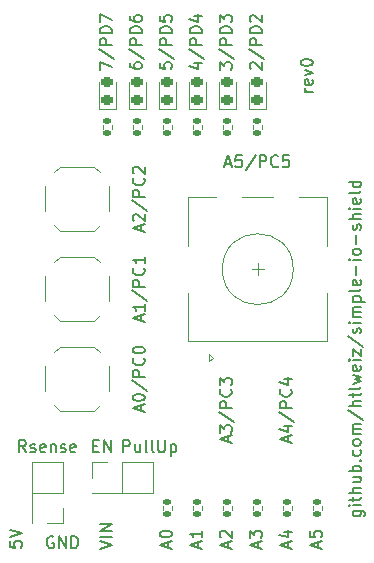
<source format=gbr>
%TF.GenerationSoftware,KiCad,Pcbnew,(7.0.0)*%
%TF.CreationDate,2023-03-08T01:13:19+01:00*%
%TF.ProjectId,simple-io-shield,73696d70-6c65-42d6-996f-2d736869656c,rev0*%
%TF.SameCoordinates,Original*%
%TF.FileFunction,Legend,Top*%
%TF.FilePolarity,Positive*%
%FSLAX46Y46*%
G04 Gerber Fmt 4.6, Leading zero omitted, Abs format (unit mm)*
G04 Created by KiCad (PCBNEW (7.0.0)) date 2023-03-08 01:13:19*
%MOMM*%
%LPD*%
G01*
G04 APERTURE LIST*
G04 Aperture macros list*
%AMRoundRect*
0 Rectangle with rounded corners*
0 $1 Rounding radius*
0 $2 $3 $4 $5 $6 $7 $8 $9 X,Y pos of 4 corners*
0 Add a 4 corners polygon primitive as box body*
4,1,4,$2,$3,$4,$5,$6,$7,$8,$9,$2,$3,0*
0 Add four circle primitives for the rounded corners*
1,1,$1+$1,$2,$3*
1,1,$1+$1,$4,$5*
1,1,$1+$1,$6,$7*
1,1,$1+$1,$8,$9*
0 Add four rect primitives between the rounded corners*
20,1,$1+$1,$2,$3,$4,$5,0*
20,1,$1+$1,$4,$5,$6,$7,0*
20,1,$1+$1,$6,$7,$8,$9,0*
20,1,$1+$1,$8,$9,$2,$3,0*%
G04 Aperture macros list end*
%ADD10C,0.160000*%
%ADD11C,0.120000*%
%ADD12O,1.727200X1.727200*%
%ADD13R,1.727200X1.727200*%
%ADD14RoundRect,0.218750X0.256250X-0.218750X0.256250X0.218750X-0.256250X0.218750X-0.256250X-0.218750X0*%
%ADD15RoundRect,0.135000X-0.185000X0.135000X-0.185000X-0.135000X0.185000X-0.135000X0.185000X0.135000X0*%
%ADD16R,1.700000X1.700000*%
%ADD17O,1.700000X1.700000*%
%ADD18R,1.000000X0.750000*%
%ADD19R,2.000000X2.000000*%
%ADD20C,2.000000*%
%ADD21R,2.000000X3.200000*%
G04 APERTURE END LIST*
D10*
X185501666Y-127825523D02*
X185501666Y-127349333D01*
X185787380Y-127920761D02*
X184787380Y-127587428D01*
X184787380Y-127587428D02*
X185787380Y-127254095D01*
X185120714Y-126492190D02*
X185787380Y-126492190D01*
X184739761Y-126730285D02*
X185454047Y-126968380D01*
X185454047Y-126968380D02*
X185454047Y-126349333D01*
X177881666Y-127825523D02*
X177881666Y-127349333D01*
X178167380Y-127920761D02*
X177167380Y-127587428D01*
X177167380Y-127587428D02*
X178167380Y-127254095D01*
X178167380Y-126396952D02*
X178167380Y-126968380D01*
X178167380Y-126682666D02*
X177167380Y-126682666D01*
X177167380Y-126682666D02*
X177310238Y-126777904D01*
X177310238Y-126777904D02*
X177405476Y-126873142D01*
X177405476Y-126873142D02*
X177453095Y-126968380D01*
X180165714Y-95331666D02*
X180641904Y-95331666D01*
X180070476Y-95617380D02*
X180403809Y-94617380D01*
X180403809Y-94617380D02*
X180737142Y-95617380D01*
X181546666Y-94617380D02*
X181070476Y-94617380D01*
X181070476Y-94617380D02*
X181022857Y-95093571D01*
X181022857Y-95093571D02*
X181070476Y-95045952D01*
X181070476Y-95045952D02*
X181165714Y-94998333D01*
X181165714Y-94998333D02*
X181403809Y-94998333D01*
X181403809Y-94998333D02*
X181499047Y-95045952D01*
X181499047Y-95045952D02*
X181546666Y-95093571D01*
X181546666Y-95093571D02*
X181594285Y-95188809D01*
X181594285Y-95188809D02*
X181594285Y-95426904D01*
X181594285Y-95426904D02*
X181546666Y-95522142D01*
X181546666Y-95522142D02*
X181499047Y-95569761D01*
X181499047Y-95569761D02*
X181403809Y-95617380D01*
X181403809Y-95617380D02*
X181165714Y-95617380D01*
X181165714Y-95617380D02*
X181070476Y-95569761D01*
X181070476Y-95569761D02*
X181022857Y-95522142D01*
X182737142Y-94569761D02*
X181880000Y-95855476D01*
X183070476Y-95617380D02*
X183070476Y-94617380D01*
X183070476Y-94617380D02*
X183451428Y-94617380D01*
X183451428Y-94617380D02*
X183546666Y-94665000D01*
X183546666Y-94665000D02*
X183594285Y-94712619D01*
X183594285Y-94712619D02*
X183641904Y-94807857D01*
X183641904Y-94807857D02*
X183641904Y-94950714D01*
X183641904Y-94950714D02*
X183594285Y-95045952D01*
X183594285Y-95045952D02*
X183546666Y-95093571D01*
X183546666Y-95093571D02*
X183451428Y-95141190D01*
X183451428Y-95141190D02*
X183070476Y-95141190D01*
X184641904Y-95522142D02*
X184594285Y-95569761D01*
X184594285Y-95569761D02*
X184451428Y-95617380D01*
X184451428Y-95617380D02*
X184356190Y-95617380D01*
X184356190Y-95617380D02*
X184213333Y-95569761D01*
X184213333Y-95569761D02*
X184118095Y-95474523D01*
X184118095Y-95474523D02*
X184070476Y-95379285D01*
X184070476Y-95379285D02*
X184022857Y-95188809D01*
X184022857Y-95188809D02*
X184022857Y-95045952D01*
X184022857Y-95045952D02*
X184070476Y-94855476D01*
X184070476Y-94855476D02*
X184118095Y-94760238D01*
X184118095Y-94760238D02*
X184213333Y-94665000D01*
X184213333Y-94665000D02*
X184356190Y-94617380D01*
X184356190Y-94617380D02*
X184451428Y-94617380D01*
X184451428Y-94617380D02*
X184594285Y-94665000D01*
X184594285Y-94665000D02*
X184641904Y-94712619D01*
X185546666Y-94617380D02*
X185070476Y-94617380D01*
X185070476Y-94617380D02*
X185022857Y-95093571D01*
X185022857Y-95093571D02*
X185070476Y-95045952D01*
X185070476Y-95045952D02*
X185165714Y-94998333D01*
X185165714Y-94998333D02*
X185403809Y-94998333D01*
X185403809Y-94998333D02*
X185499047Y-95045952D01*
X185499047Y-95045952D02*
X185546666Y-95093571D01*
X185546666Y-95093571D02*
X185594285Y-95188809D01*
X185594285Y-95188809D02*
X185594285Y-95426904D01*
X185594285Y-95426904D02*
X185546666Y-95522142D01*
X185546666Y-95522142D02*
X185499047Y-95569761D01*
X185499047Y-95569761D02*
X185403809Y-95617380D01*
X185403809Y-95617380D02*
X185165714Y-95617380D01*
X185165714Y-95617380D02*
X185070476Y-95569761D01*
X185070476Y-95569761D02*
X185022857Y-95522142D01*
X182961666Y-127825523D02*
X182961666Y-127349333D01*
X183247380Y-127920761D02*
X182247380Y-127587428D01*
X182247380Y-127587428D02*
X183247380Y-127254095D01*
X182247380Y-127015999D02*
X182247380Y-126396952D01*
X182247380Y-126396952D02*
X182628333Y-126730285D01*
X182628333Y-126730285D02*
X182628333Y-126587428D01*
X182628333Y-126587428D02*
X182675952Y-126492190D01*
X182675952Y-126492190D02*
X182723571Y-126444571D01*
X182723571Y-126444571D02*
X182818809Y-126396952D01*
X182818809Y-126396952D02*
X183056904Y-126396952D01*
X183056904Y-126396952D02*
X183152142Y-126444571D01*
X183152142Y-126444571D02*
X183199761Y-126492190D01*
X183199761Y-126492190D02*
X183247380Y-126587428D01*
X183247380Y-126587428D02*
X183247380Y-126873142D01*
X183247380Y-126873142D02*
X183199761Y-126968380D01*
X183199761Y-126968380D02*
X183152142Y-127015999D01*
X173055666Y-116252285D02*
X173055666Y-115776095D01*
X173341380Y-116347523D02*
X172341380Y-116014190D01*
X172341380Y-116014190D02*
X173341380Y-115680857D01*
X172341380Y-115157047D02*
X172341380Y-115061809D01*
X172341380Y-115061809D02*
X172389000Y-114966571D01*
X172389000Y-114966571D02*
X172436619Y-114918952D01*
X172436619Y-114918952D02*
X172531857Y-114871333D01*
X172531857Y-114871333D02*
X172722333Y-114823714D01*
X172722333Y-114823714D02*
X172960428Y-114823714D01*
X172960428Y-114823714D02*
X173150904Y-114871333D01*
X173150904Y-114871333D02*
X173246142Y-114918952D01*
X173246142Y-114918952D02*
X173293761Y-114966571D01*
X173293761Y-114966571D02*
X173341380Y-115061809D01*
X173341380Y-115061809D02*
X173341380Y-115157047D01*
X173341380Y-115157047D02*
X173293761Y-115252285D01*
X173293761Y-115252285D02*
X173246142Y-115299904D01*
X173246142Y-115299904D02*
X173150904Y-115347523D01*
X173150904Y-115347523D02*
X172960428Y-115395142D01*
X172960428Y-115395142D02*
X172722333Y-115395142D01*
X172722333Y-115395142D02*
X172531857Y-115347523D01*
X172531857Y-115347523D02*
X172436619Y-115299904D01*
X172436619Y-115299904D02*
X172389000Y-115252285D01*
X172389000Y-115252285D02*
X172341380Y-115157047D01*
X172293761Y-113680857D02*
X173579476Y-114537999D01*
X173341380Y-113347523D02*
X172341380Y-113347523D01*
X172341380Y-113347523D02*
X172341380Y-112966571D01*
X172341380Y-112966571D02*
X172389000Y-112871333D01*
X172389000Y-112871333D02*
X172436619Y-112823714D01*
X172436619Y-112823714D02*
X172531857Y-112776095D01*
X172531857Y-112776095D02*
X172674714Y-112776095D01*
X172674714Y-112776095D02*
X172769952Y-112823714D01*
X172769952Y-112823714D02*
X172817571Y-112871333D01*
X172817571Y-112871333D02*
X172865190Y-112966571D01*
X172865190Y-112966571D02*
X172865190Y-113347523D01*
X173246142Y-111776095D02*
X173293761Y-111823714D01*
X173293761Y-111823714D02*
X173341380Y-111966571D01*
X173341380Y-111966571D02*
X173341380Y-112061809D01*
X173341380Y-112061809D02*
X173293761Y-112204666D01*
X173293761Y-112204666D02*
X173198523Y-112299904D01*
X173198523Y-112299904D02*
X173103285Y-112347523D01*
X173103285Y-112347523D02*
X172912809Y-112395142D01*
X172912809Y-112395142D02*
X172769952Y-112395142D01*
X172769952Y-112395142D02*
X172579476Y-112347523D01*
X172579476Y-112347523D02*
X172484238Y-112299904D01*
X172484238Y-112299904D02*
X172389000Y-112204666D01*
X172389000Y-112204666D02*
X172341380Y-112061809D01*
X172341380Y-112061809D02*
X172341380Y-111966571D01*
X172341380Y-111966571D02*
X172389000Y-111823714D01*
X172389000Y-111823714D02*
X172436619Y-111776095D01*
X172341380Y-111157047D02*
X172341380Y-111061809D01*
X172341380Y-111061809D02*
X172389000Y-110966571D01*
X172389000Y-110966571D02*
X172436619Y-110918952D01*
X172436619Y-110918952D02*
X172531857Y-110871333D01*
X172531857Y-110871333D02*
X172722333Y-110823714D01*
X172722333Y-110823714D02*
X172960428Y-110823714D01*
X172960428Y-110823714D02*
X173150904Y-110871333D01*
X173150904Y-110871333D02*
X173246142Y-110918952D01*
X173246142Y-110918952D02*
X173293761Y-110966571D01*
X173293761Y-110966571D02*
X173341380Y-111061809D01*
X173341380Y-111061809D02*
X173341380Y-111157047D01*
X173341380Y-111157047D02*
X173293761Y-111252285D01*
X173293761Y-111252285D02*
X173246142Y-111299904D01*
X173246142Y-111299904D02*
X173150904Y-111347523D01*
X173150904Y-111347523D02*
X172960428Y-111395142D01*
X172960428Y-111395142D02*
X172722333Y-111395142D01*
X172722333Y-111395142D02*
X172531857Y-111347523D01*
X172531857Y-111347523D02*
X172436619Y-111299904D01*
X172436619Y-111299904D02*
X172389000Y-111252285D01*
X172389000Y-111252285D02*
X172341380Y-111157047D01*
X187565380Y-89241142D02*
X186898714Y-89241142D01*
X187089190Y-89241142D02*
X186993952Y-89193523D01*
X186993952Y-89193523D02*
X186946333Y-89145904D01*
X186946333Y-89145904D02*
X186898714Y-89050666D01*
X186898714Y-89050666D02*
X186898714Y-88955428D01*
X187517761Y-88241142D02*
X187565380Y-88336380D01*
X187565380Y-88336380D02*
X187565380Y-88526856D01*
X187565380Y-88526856D02*
X187517761Y-88622094D01*
X187517761Y-88622094D02*
X187422523Y-88669713D01*
X187422523Y-88669713D02*
X187041571Y-88669713D01*
X187041571Y-88669713D02*
X186946333Y-88622094D01*
X186946333Y-88622094D02*
X186898714Y-88526856D01*
X186898714Y-88526856D02*
X186898714Y-88336380D01*
X186898714Y-88336380D02*
X186946333Y-88241142D01*
X186946333Y-88241142D02*
X187041571Y-88193523D01*
X187041571Y-88193523D02*
X187136809Y-88193523D01*
X187136809Y-88193523D02*
X187232047Y-88669713D01*
X186898714Y-87860189D02*
X187565380Y-87622094D01*
X187565380Y-87622094D02*
X186898714Y-87383999D01*
X186565380Y-86812570D02*
X186565380Y-86717332D01*
X186565380Y-86717332D02*
X186613000Y-86622094D01*
X186613000Y-86622094D02*
X186660619Y-86574475D01*
X186660619Y-86574475D02*
X186755857Y-86526856D01*
X186755857Y-86526856D02*
X186946333Y-86479237D01*
X186946333Y-86479237D02*
X187184428Y-86479237D01*
X187184428Y-86479237D02*
X187374904Y-86526856D01*
X187374904Y-86526856D02*
X187470142Y-86574475D01*
X187470142Y-86574475D02*
X187517761Y-86622094D01*
X187517761Y-86622094D02*
X187565380Y-86717332D01*
X187565380Y-86717332D02*
X187565380Y-86812570D01*
X187565380Y-86812570D02*
X187517761Y-86907808D01*
X187517761Y-86907808D02*
X187470142Y-86955427D01*
X187470142Y-86955427D02*
X187374904Y-87003046D01*
X187374904Y-87003046D02*
X187184428Y-87050665D01*
X187184428Y-87050665D02*
X186946333Y-87050665D01*
X186946333Y-87050665D02*
X186755857Y-87003046D01*
X186755857Y-87003046D02*
X186660619Y-86955427D01*
X186660619Y-86955427D02*
X186613000Y-86907808D01*
X186613000Y-86907808D02*
X186565380Y-86812570D01*
X174627380Y-86788095D02*
X174627380Y-87264285D01*
X174627380Y-87264285D02*
X175103571Y-87311904D01*
X175103571Y-87311904D02*
X175055952Y-87264285D01*
X175055952Y-87264285D02*
X175008333Y-87169047D01*
X175008333Y-87169047D02*
X175008333Y-86930952D01*
X175008333Y-86930952D02*
X175055952Y-86835714D01*
X175055952Y-86835714D02*
X175103571Y-86788095D01*
X175103571Y-86788095D02*
X175198809Y-86740476D01*
X175198809Y-86740476D02*
X175436904Y-86740476D01*
X175436904Y-86740476D02*
X175532142Y-86788095D01*
X175532142Y-86788095D02*
X175579761Y-86835714D01*
X175579761Y-86835714D02*
X175627380Y-86930952D01*
X175627380Y-86930952D02*
X175627380Y-87169047D01*
X175627380Y-87169047D02*
X175579761Y-87264285D01*
X175579761Y-87264285D02*
X175532142Y-87311904D01*
X174579761Y-85597619D02*
X175865476Y-86454761D01*
X175627380Y-85264285D02*
X174627380Y-85264285D01*
X174627380Y-85264285D02*
X174627380Y-84883333D01*
X174627380Y-84883333D02*
X174675000Y-84788095D01*
X174675000Y-84788095D02*
X174722619Y-84740476D01*
X174722619Y-84740476D02*
X174817857Y-84692857D01*
X174817857Y-84692857D02*
X174960714Y-84692857D01*
X174960714Y-84692857D02*
X175055952Y-84740476D01*
X175055952Y-84740476D02*
X175103571Y-84788095D01*
X175103571Y-84788095D02*
X175151190Y-84883333D01*
X175151190Y-84883333D02*
X175151190Y-85264285D01*
X175627380Y-84264285D02*
X174627380Y-84264285D01*
X174627380Y-84264285D02*
X174627380Y-84026190D01*
X174627380Y-84026190D02*
X174675000Y-83883333D01*
X174675000Y-83883333D02*
X174770238Y-83788095D01*
X174770238Y-83788095D02*
X174865476Y-83740476D01*
X174865476Y-83740476D02*
X175055952Y-83692857D01*
X175055952Y-83692857D02*
X175198809Y-83692857D01*
X175198809Y-83692857D02*
X175389285Y-83740476D01*
X175389285Y-83740476D02*
X175484523Y-83788095D01*
X175484523Y-83788095D02*
X175579761Y-83883333D01*
X175579761Y-83883333D02*
X175627380Y-84026190D01*
X175627380Y-84026190D02*
X175627380Y-84264285D01*
X174627380Y-82788095D02*
X174627380Y-83264285D01*
X174627380Y-83264285D02*
X175103571Y-83311904D01*
X175103571Y-83311904D02*
X175055952Y-83264285D01*
X175055952Y-83264285D02*
X175008333Y-83169047D01*
X175008333Y-83169047D02*
X175008333Y-82930952D01*
X175008333Y-82930952D02*
X175055952Y-82835714D01*
X175055952Y-82835714D02*
X175103571Y-82788095D01*
X175103571Y-82788095D02*
X175198809Y-82740476D01*
X175198809Y-82740476D02*
X175436904Y-82740476D01*
X175436904Y-82740476D02*
X175532142Y-82788095D01*
X175532142Y-82788095D02*
X175579761Y-82835714D01*
X175579761Y-82835714D02*
X175627380Y-82930952D01*
X175627380Y-82930952D02*
X175627380Y-83169047D01*
X175627380Y-83169047D02*
X175579761Y-83264285D01*
X175579761Y-83264285D02*
X175532142Y-83311904D01*
X177500714Y-86835714D02*
X178167380Y-86835714D01*
X177119761Y-87073809D02*
X177834047Y-87311904D01*
X177834047Y-87311904D02*
X177834047Y-86692857D01*
X177119761Y-85597619D02*
X178405476Y-86454761D01*
X178167380Y-85264285D02*
X177167380Y-85264285D01*
X177167380Y-85264285D02*
X177167380Y-84883333D01*
X177167380Y-84883333D02*
X177215000Y-84788095D01*
X177215000Y-84788095D02*
X177262619Y-84740476D01*
X177262619Y-84740476D02*
X177357857Y-84692857D01*
X177357857Y-84692857D02*
X177500714Y-84692857D01*
X177500714Y-84692857D02*
X177595952Y-84740476D01*
X177595952Y-84740476D02*
X177643571Y-84788095D01*
X177643571Y-84788095D02*
X177691190Y-84883333D01*
X177691190Y-84883333D02*
X177691190Y-85264285D01*
X178167380Y-84264285D02*
X177167380Y-84264285D01*
X177167380Y-84264285D02*
X177167380Y-84026190D01*
X177167380Y-84026190D02*
X177215000Y-83883333D01*
X177215000Y-83883333D02*
X177310238Y-83788095D01*
X177310238Y-83788095D02*
X177405476Y-83740476D01*
X177405476Y-83740476D02*
X177595952Y-83692857D01*
X177595952Y-83692857D02*
X177738809Y-83692857D01*
X177738809Y-83692857D02*
X177929285Y-83740476D01*
X177929285Y-83740476D02*
X178024523Y-83788095D01*
X178024523Y-83788095D02*
X178119761Y-83883333D01*
X178119761Y-83883333D02*
X178167380Y-84026190D01*
X178167380Y-84026190D02*
X178167380Y-84264285D01*
X177500714Y-82835714D02*
X178167380Y-82835714D01*
X177119761Y-83073809D02*
X177834047Y-83311904D01*
X177834047Y-83311904D02*
X177834047Y-82692857D01*
X180421666Y-118903047D02*
X180421666Y-118426857D01*
X180707380Y-118998285D02*
X179707380Y-118664952D01*
X179707380Y-118664952D02*
X180707380Y-118331619D01*
X179707380Y-118093523D02*
X179707380Y-117474476D01*
X179707380Y-117474476D02*
X180088333Y-117807809D01*
X180088333Y-117807809D02*
X180088333Y-117664952D01*
X180088333Y-117664952D02*
X180135952Y-117569714D01*
X180135952Y-117569714D02*
X180183571Y-117522095D01*
X180183571Y-117522095D02*
X180278809Y-117474476D01*
X180278809Y-117474476D02*
X180516904Y-117474476D01*
X180516904Y-117474476D02*
X180612142Y-117522095D01*
X180612142Y-117522095D02*
X180659761Y-117569714D01*
X180659761Y-117569714D02*
X180707380Y-117664952D01*
X180707380Y-117664952D02*
X180707380Y-117950666D01*
X180707380Y-117950666D02*
X180659761Y-118045904D01*
X180659761Y-118045904D02*
X180612142Y-118093523D01*
X179659761Y-116331619D02*
X180945476Y-117188761D01*
X180707380Y-115998285D02*
X179707380Y-115998285D01*
X179707380Y-115998285D02*
X179707380Y-115617333D01*
X179707380Y-115617333D02*
X179755000Y-115522095D01*
X179755000Y-115522095D02*
X179802619Y-115474476D01*
X179802619Y-115474476D02*
X179897857Y-115426857D01*
X179897857Y-115426857D02*
X180040714Y-115426857D01*
X180040714Y-115426857D02*
X180135952Y-115474476D01*
X180135952Y-115474476D02*
X180183571Y-115522095D01*
X180183571Y-115522095D02*
X180231190Y-115617333D01*
X180231190Y-115617333D02*
X180231190Y-115998285D01*
X180612142Y-114426857D02*
X180659761Y-114474476D01*
X180659761Y-114474476D02*
X180707380Y-114617333D01*
X180707380Y-114617333D02*
X180707380Y-114712571D01*
X180707380Y-114712571D02*
X180659761Y-114855428D01*
X180659761Y-114855428D02*
X180564523Y-114950666D01*
X180564523Y-114950666D02*
X180469285Y-114998285D01*
X180469285Y-114998285D02*
X180278809Y-115045904D01*
X180278809Y-115045904D02*
X180135952Y-115045904D01*
X180135952Y-115045904D02*
X179945476Y-114998285D01*
X179945476Y-114998285D02*
X179850238Y-114950666D01*
X179850238Y-114950666D02*
X179755000Y-114855428D01*
X179755000Y-114855428D02*
X179707380Y-114712571D01*
X179707380Y-114712571D02*
X179707380Y-114617333D01*
X179707380Y-114617333D02*
X179755000Y-114474476D01*
X179755000Y-114474476D02*
X179802619Y-114426857D01*
X179707380Y-114093523D02*
X179707380Y-113474476D01*
X179707380Y-113474476D02*
X180088333Y-113807809D01*
X180088333Y-113807809D02*
X180088333Y-113664952D01*
X180088333Y-113664952D02*
X180135952Y-113569714D01*
X180135952Y-113569714D02*
X180183571Y-113522095D01*
X180183571Y-113522095D02*
X180278809Y-113474476D01*
X180278809Y-113474476D02*
X180516904Y-113474476D01*
X180516904Y-113474476D02*
X180612142Y-113522095D01*
X180612142Y-113522095D02*
X180659761Y-113569714D01*
X180659761Y-113569714D02*
X180707380Y-113664952D01*
X180707380Y-113664952D02*
X180707380Y-113950666D01*
X180707380Y-113950666D02*
X180659761Y-114045904D01*
X180659761Y-114045904D02*
X180612142Y-114093523D01*
X190962714Y-124712285D02*
X191772238Y-124712285D01*
X191772238Y-124712285D02*
X191867476Y-124759904D01*
X191867476Y-124759904D02*
X191915095Y-124807523D01*
X191915095Y-124807523D02*
X191962714Y-124902761D01*
X191962714Y-124902761D02*
X191962714Y-125045618D01*
X191962714Y-125045618D02*
X191915095Y-125140856D01*
X191581761Y-124712285D02*
X191629380Y-124807523D01*
X191629380Y-124807523D02*
X191629380Y-124997999D01*
X191629380Y-124997999D02*
X191581761Y-125093237D01*
X191581761Y-125093237D02*
X191534142Y-125140856D01*
X191534142Y-125140856D02*
X191438904Y-125188475D01*
X191438904Y-125188475D02*
X191153190Y-125188475D01*
X191153190Y-125188475D02*
X191057952Y-125140856D01*
X191057952Y-125140856D02*
X191010333Y-125093237D01*
X191010333Y-125093237D02*
X190962714Y-124997999D01*
X190962714Y-124997999D02*
X190962714Y-124807523D01*
X190962714Y-124807523D02*
X191010333Y-124712285D01*
X191629380Y-124236094D02*
X190962714Y-124236094D01*
X190629380Y-124236094D02*
X190677000Y-124283713D01*
X190677000Y-124283713D02*
X190724619Y-124236094D01*
X190724619Y-124236094D02*
X190677000Y-124188475D01*
X190677000Y-124188475D02*
X190629380Y-124236094D01*
X190629380Y-124236094D02*
X190724619Y-124236094D01*
X190962714Y-123902761D02*
X190962714Y-123521809D01*
X190629380Y-123759904D02*
X191486523Y-123759904D01*
X191486523Y-123759904D02*
X191581761Y-123712285D01*
X191581761Y-123712285D02*
X191629380Y-123617047D01*
X191629380Y-123617047D02*
X191629380Y-123521809D01*
X191629380Y-123188475D02*
X190629380Y-123188475D01*
X191629380Y-122759904D02*
X191105571Y-122759904D01*
X191105571Y-122759904D02*
X191010333Y-122807523D01*
X191010333Y-122807523D02*
X190962714Y-122902761D01*
X190962714Y-122902761D02*
X190962714Y-123045618D01*
X190962714Y-123045618D02*
X191010333Y-123140856D01*
X191010333Y-123140856D02*
X191057952Y-123188475D01*
X190962714Y-121855142D02*
X191629380Y-121855142D01*
X190962714Y-122283713D02*
X191486523Y-122283713D01*
X191486523Y-122283713D02*
X191581761Y-122236094D01*
X191581761Y-122236094D02*
X191629380Y-122140856D01*
X191629380Y-122140856D02*
X191629380Y-121997999D01*
X191629380Y-121997999D02*
X191581761Y-121902761D01*
X191581761Y-121902761D02*
X191534142Y-121855142D01*
X191629380Y-121378951D02*
X190629380Y-121378951D01*
X191010333Y-121378951D02*
X190962714Y-121283713D01*
X190962714Y-121283713D02*
X190962714Y-121093237D01*
X190962714Y-121093237D02*
X191010333Y-120997999D01*
X191010333Y-120997999D02*
X191057952Y-120950380D01*
X191057952Y-120950380D02*
X191153190Y-120902761D01*
X191153190Y-120902761D02*
X191438904Y-120902761D01*
X191438904Y-120902761D02*
X191534142Y-120950380D01*
X191534142Y-120950380D02*
X191581761Y-120997999D01*
X191581761Y-120997999D02*
X191629380Y-121093237D01*
X191629380Y-121093237D02*
X191629380Y-121283713D01*
X191629380Y-121283713D02*
X191581761Y-121378951D01*
X191534142Y-120474189D02*
X191581761Y-120426570D01*
X191581761Y-120426570D02*
X191629380Y-120474189D01*
X191629380Y-120474189D02*
X191581761Y-120521808D01*
X191581761Y-120521808D02*
X191534142Y-120474189D01*
X191534142Y-120474189D02*
X191629380Y-120474189D01*
X191581761Y-119569428D02*
X191629380Y-119664666D01*
X191629380Y-119664666D02*
X191629380Y-119855142D01*
X191629380Y-119855142D02*
X191581761Y-119950380D01*
X191581761Y-119950380D02*
X191534142Y-119997999D01*
X191534142Y-119997999D02*
X191438904Y-120045618D01*
X191438904Y-120045618D02*
X191153190Y-120045618D01*
X191153190Y-120045618D02*
X191057952Y-119997999D01*
X191057952Y-119997999D02*
X191010333Y-119950380D01*
X191010333Y-119950380D02*
X190962714Y-119855142D01*
X190962714Y-119855142D02*
X190962714Y-119664666D01*
X190962714Y-119664666D02*
X191010333Y-119569428D01*
X191629380Y-118997999D02*
X191581761Y-119093237D01*
X191581761Y-119093237D02*
X191534142Y-119140856D01*
X191534142Y-119140856D02*
X191438904Y-119188475D01*
X191438904Y-119188475D02*
X191153190Y-119188475D01*
X191153190Y-119188475D02*
X191057952Y-119140856D01*
X191057952Y-119140856D02*
X191010333Y-119093237D01*
X191010333Y-119093237D02*
X190962714Y-118997999D01*
X190962714Y-118997999D02*
X190962714Y-118855142D01*
X190962714Y-118855142D02*
X191010333Y-118759904D01*
X191010333Y-118759904D02*
X191057952Y-118712285D01*
X191057952Y-118712285D02*
X191153190Y-118664666D01*
X191153190Y-118664666D02*
X191438904Y-118664666D01*
X191438904Y-118664666D02*
X191534142Y-118712285D01*
X191534142Y-118712285D02*
X191581761Y-118759904D01*
X191581761Y-118759904D02*
X191629380Y-118855142D01*
X191629380Y-118855142D02*
X191629380Y-118997999D01*
X191629380Y-118236094D02*
X190962714Y-118236094D01*
X191057952Y-118236094D02*
X191010333Y-118188475D01*
X191010333Y-118188475D02*
X190962714Y-118093237D01*
X190962714Y-118093237D02*
X190962714Y-117950380D01*
X190962714Y-117950380D02*
X191010333Y-117855142D01*
X191010333Y-117855142D02*
X191105571Y-117807523D01*
X191105571Y-117807523D02*
X191629380Y-117807523D01*
X191105571Y-117807523D02*
X191010333Y-117759904D01*
X191010333Y-117759904D02*
X190962714Y-117664666D01*
X190962714Y-117664666D02*
X190962714Y-117521809D01*
X190962714Y-117521809D02*
X191010333Y-117426570D01*
X191010333Y-117426570D02*
X191105571Y-117378951D01*
X191105571Y-117378951D02*
X191629380Y-117378951D01*
X190581761Y-116188476D02*
X191867476Y-117045618D01*
X191629380Y-115855142D02*
X190629380Y-115855142D01*
X191629380Y-115426571D02*
X191105571Y-115426571D01*
X191105571Y-115426571D02*
X191010333Y-115474190D01*
X191010333Y-115474190D02*
X190962714Y-115569428D01*
X190962714Y-115569428D02*
X190962714Y-115712285D01*
X190962714Y-115712285D02*
X191010333Y-115807523D01*
X191010333Y-115807523D02*
X191057952Y-115855142D01*
X190962714Y-115093237D02*
X190962714Y-114712285D01*
X190629380Y-114950380D02*
X191486523Y-114950380D01*
X191486523Y-114950380D02*
X191581761Y-114902761D01*
X191581761Y-114902761D02*
X191629380Y-114807523D01*
X191629380Y-114807523D02*
X191629380Y-114712285D01*
X191629380Y-114236094D02*
X191581761Y-114331332D01*
X191581761Y-114331332D02*
X191486523Y-114378951D01*
X191486523Y-114378951D02*
X190629380Y-114378951D01*
X190962714Y-113950379D02*
X191629380Y-113759903D01*
X191629380Y-113759903D02*
X191153190Y-113569427D01*
X191153190Y-113569427D02*
X191629380Y-113378951D01*
X191629380Y-113378951D02*
X190962714Y-113188475D01*
X191581761Y-112426570D02*
X191629380Y-112521808D01*
X191629380Y-112521808D02*
X191629380Y-112712284D01*
X191629380Y-112712284D02*
X191581761Y-112807522D01*
X191581761Y-112807522D02*
X191486523Y-112855141D01*
X191486523Y-112855141D02*
X191105571Y-112855141D01*
X191105571Y-112855141D02*
X191010333Y-112807522D01*
X191010333Y-112807522D02*
X190962714Y-112712284D01*
X190962714Y-112712284D02*
X190962714Y-112521808D01*
X190962714Y-112521808D02*
X191010333Y-112426570D01*
X191010333Y-112426570D02*
X191105571Y-112378951D01*
X191105571Y-112378951D02*
X191200809Y-112378951D01*
X191200809Y-112378951D02*
X191296047Y-112855141D01*
X191629380Y-111950379D02*
X190962714Y-111950379D01*
X190629380Y-111950379D02*
X190677000Y-111997998D01*
X190677000Y-111997998D02*
X190724619Y-111950379D01*
X190724619Y-111950379D02*
X190677000Y-111902760D01*
X190677000Y-111902760D02*
X190629380Y-111950379D01*
X190629380Y-111950379D02*
X190724619Y-111950379D01*
X190962714Y-111569427D02*
X190962714Y-111045618D01*
X190962714Y-111045618D02*
X191629380Y-111569427D01*
X191629380Y-111569427D02*
X191629380Y-111045618D01*
X190581761Y-109950380D02*
X191867476Y-110807522D01*
X191581761Y-109664665D02*
X191629380Y-109569427D01*
X191629380Y-109569427D02*
X191629380Y-109378951D01*
X191629380Y-109378951D02*
X191581761Y-109283713D01*
X191581761Y-109283713D02*
X191486523Y-109236094D01*
X191486523Y-109236094D02*
X191438904Y-109236094D01*
X191438904Y-109236094D02*
X191343666Y-109283713D01*
X191343666Y-109283713D02*
X191296047Y-109378951D01*
X191296047Y-109378951D02*
X191296047Y-109521808D01*
X191296047Y-109521808D02*
X191248428Y-109617046D01*
X191248428Y-109617046D02*
X191153190Y-109664665D01*
X191153190Y-109664665D02*
X191105571Y-109664665D01*
X191105571Y-109664665D02*
X191010333Y-109617046D01*
X191010333Y-109617046D02*
X190962714Y-109521808D01*
X190962714Y-109521808D02*
X190962714Y-109378951D01*
X190962714Y-109378951D02*
X191010333Y-109283713D01*
X191629380Y-108807522D02*
X190962714Y-108807522D01*
X190629380Y-108807522D02*
X190677000Y-108855141D01*
X190677000Y-108855141D02*
X190724619Y-108807522D01*
X190724619Y-108807522D02*
X190677000Y-108759903D01*
X190677000Y-108759903D02*
X190629380Y-108807522D01*
X190629380Y-108807522D02*
X190724619Y-108807522D01*
X191629380Y-108331332D02*
X190962714Y-108331332D01*
X191057952Y-108331332D02*
X191010333Y-108283713D01*
X191010333Y-108283713D02*
X190962714Y-108188475D01*
X190962714Y-108188475D02*
X190962714Y-108045618D01*
X190962714Y-108045618D02*
X191010333Y-107950380D01*
X191010333Y-107950380D02*
X191105571Y-107902761D01*
X191105571Y-107902761D02*
X191629380Y-107902761D01*
X191105571Y-107902761D02*
X191010333Y-107855142D01*
X191010333Y-107855142D02*
X190962714Y-107759904D01*
X190962714Y-107759904D02*
X190962714Y-107617047D01*
X190962714Y-107617047D02*
X191010333Y-107521808D01*
X191010333Y-107521808D02*
X191105571Y-107474189D01*
X191105571Y-107474189D02*
X191629380Y-107474189D01*
X190962714Y-106997999D02*
X191962714Y-106997999D01*
X191010333Y-106997999D02*
X190962714Y-106902761D01*
X190962714Y-106902761D02*
X190962714Y-106712285D01*
X190962714Y-106712285D02*
X191010333Y-106617047D01*
X191010333Y-106617047D02*
X191057952Y-106569428D01*
X191057952Y-106569428D02*
X191153190Y-106521809D01*
X191153190Y-106521809D02*
X191438904Y-106521809D01*
X191438904Y-106521809D02*
X191534142Y-106569428D01*
X191534142Y-106569428D02*
X191581761Y-106617047D01*
X191581761Y-106617047D02*
X191629380Y-106712285D01*
X191629380Y-106712285D02*
X191629380Y-106902761D01*
X191629380Y-106902761D02*
X191581761Y-106997999D01*
X191629380Y-105950380D02*
X191581761Y-106045618D01*
X191581761Y-106045618D02*
X191486523Y-106093237D01*
X191486523Y-106093237D02*
X190629380Y-106093237D01*
X191581761Y-105188475D02*
X191629380Y-105283713D01*
X191629380Y-105283713D02*
X191629380Y-105474189D01*
X191629380Y-105474189D02*
X191581761Y-105569427D01*
X191581761Y-105569427D02*
X191486523Y-105617046D01*
X191486523Y-105617046D02*
X191105571Y-105617046D01*
X191105571Y-105617046D02*
X191010333Y-105569427D01*
X191010333Y-105569427D02*
X190962714Y-105474189D01*
X190962714Y-105474189D02*
X190962714Y-105283713D01*
X190962714Y-105283713D02*
X191010333Y-105188475D01*
X191010333Y-105188475D02*
X191105571Y-105140856D01*
X191105571Y-105140856D02*
X191200809Y-105140856D01*
X191200809Y-105140856D02*
X191296047Y-105617046D01*
X191248428Y-104712284D02*
X191248428Y-103950380D01*
X191629380Y-103474189D02*
X190962714Y-103474189D01*
X190629380Y-103474189D02*
X190677000Y-103521808D01*
X190677000Y-103521808D02*
X190724619Y-103474189D01*
X190724619Y-103474189D02*
X190677000Y-103426570D01*
X190677000Y-103426570D02*
X190629380Y-103474189D01*
X190629380Y-103474189D02*
X190724619Y-103474189D01*
X191629380Y-102855142D02*
X191581761Y-102950380D01*
X191581761Y-102950380D02*
X191534142Y-102997999D01*
X191534142Y-102997999D02*
X191438904Y-103045618D01*
X191438904Y-103045618D02*
X191153190Y-103045618D01*
X191153190Y-103045618D02*
X191057952Y-102997999D01*
X191057952Y-102997999D02*
X191010333Y-102950380D01*
X191010333Y-102950380D02*
X190962714Y-102855142D01*
X190962714Y-102855142D02*
X190962714Y-102712285D01*
X190962714Y-102712285D02*
X191010333Y-102617047D01*
X191010333Y-102617047D02*
X191057952Y-102569428D01*
X191057952Y-102569428D02*
X191153190Y-102521809D01*
X191153190Y-102521809D02*
X191438904Y-102521809D01*
X191438904Y-102521809D02*
X191534142Y-102569428D01*
X191534142Y-102569428D02*
X191581761Y-102617047D01*
X191581761Y-102617047D02*
X191629380Y-102712285D01*
X191629380Y-102712285D02*
X191629380Y-102855142D01*
X191248428Y-102093237D02*
X191248428Y-101331333D01*
X191581761Y-100902761D02*
X191629380Y-100807523D01*
X191629380Y-100807523D02*
X191629380Y-100617047D01*
X191629380Y-100617047D02*
X191581761Y-100521809D01*
X191581761Y-100521809D02*
X191486523Y-100474190D01*
X191486523Y-100474190D02*
X191438904Y-100474190D01*
X191438904Y-100474190D02*
X191343666Y-100521809D01*
X191343666Y-100521809D02*
X191296047Y-100617047D01*
X191296047Y-100617047D02*
X191296047Y-100759904D01*
X191296047Y-100759904D02*
X191248428Y-100855142D01*
X191248428Y-100855142D02*
X191153190Y-100902761D01*
X191153190Y-100902761D02*
X191105571Y-100902761D01*
X191105571Y-100902761D02*
X191010333Y-100855142D01*
X191010333Y-100855142D02*
X190962714Y-100759904D01*
X190962714Y-100759904D02*
X190962714Y-100617047D01*
X190962714Y-100617047D02*
X191010333Y-100521809D01*
X191629380Y-100045618D02*
X190629380Y-100045618D01*
X191629380Y-99617047D02*
X191105571Y-99617047D01*
X191105571Y-99617047D02*
X191010333Y-99664666D01*
X191010333Y-99664666D02*
X190962714Y-99759904D01*
X190962714Y-99759904D02*
X190962714Y-99902761D01*
X190962714Y-99902761D02*
X191010333Y-99997999D01*
X191010333Y-99997999D02*
X191057952Y-100045618D01*
X191629380Y-99140856D02*
X190962714Y-99140856D01*
X190629380Y-99140856D02*
X190677000Y-99188475D01*
X190677000Y-99188475D02*
X190724619Y-99140856D01*
X190724619Y-99140856D02*
X190677000Y-99093237D01*
X190677000Y-99093237D02*
X190629380Y-99140856D01*
X190629380Y-99140856D02*
X190724619Y-99140856D01*
X191581761Y-98283714D02*
X191629380Y-98378952D01*
X191629380Y-98378952D02*
X191629380Y-98569428D01*
X191629380Y-98569428D02*
X191581761Y-98664666D01*
X191581761Y-98664666D02*
X191486523Y-98712285D01*
X191486523Y-98712285D02*
X191105571Y-98712285D01*
X191105571Y-98712285D02*
X191010333Y-98664666D01*
X191010333Y-98664666D02*
X190962714Y-98569428D01*
X190962714Y-98569428D02*
X190962714Y-98378952D01*
X190962714Y-98378952D02*
X191010333Y-98283714D01*
X191010333Y-98283714D02*
X191105571Y-98236095D01*
X191105571Y-98236095D02*
X191200809Y-98236095D01*
X191200809Y-98236095D02*
X191296047Y-98712285D01*
X191629380Y-97664666D02*
X191581761Y-97759904D01*
X191581761Y-97759904D02*
X191486523Y-97807523D01*
X191486523Y-97807523D02*
X190629380Y-97807523D01*
X191629380Y-96855142D02*
X190629380Y-96855142D01*
X191581761Y-96855142D02*
X191629380Y-96950380D01*
X191629380Y-96950380D02*
X191629380Y-97140856D01*
X191629380Y-97140856D02*
X191581761Y-97236094D01*
X191581761Y-97236094D02*
X191534142Y-97283713D01*
X191534142Y-97283713D02*
X191438904Y-97331332D01*
X191438904Y-97331332D02*
X191153190Y-97331332D01*
X191153190Y-97331332D02*
X191057952Y-97283713D01*
X191057952Y-97283713D02*
X191010333Y-97236094D01*
X191010333Y-97236094D02*
X190962714Y-97140856D01*
X190962714Y-97140856D02*
X190962714Y-96950380D01*
X190962714Y-96950380D02*
X191010333Y-96855142D01*
X188041666Y-127825523D02*
X188041666Y-127349333D01*
X188327380Y-127920761D02*
X187327380Y-127587428D01*
X187327380Y-127587428D02*
X188327380Y-127254095D01*
X187327380Y-126444571D02*
X187327380Y-126920761D01*
X187327380Y-126920761D02*
X187803571Y-126968380D01*
X187803571Y-126968380D02*
X187755952Y-126920761D01*
X187755952Y-126920761D02*
X187708333Y-126825523D01*
X187708333Y-126825523D02*
X187708333Y-126587428D01*
X187708333Y-126587428D02*
X187755952Y-126492190D01*
X187755952Y-126492190D02*
X187803571Y-126444571D01*
X187803571Y-126444571D02*
X187898809Y-126396952D01*
X187898809Y-126396952D02*
X188136904Y-126396952D01*
X188136904Y-126396952D02*
X188232142Y-126444571D01*
X188232142Y-126444571D02*
X188279761Y-126492190D01*
X188279761Y-126492190D02*
X188327380Y-126587428D01*
X188327380Y-126587428D02*
X188327380Y-126825523D01*
X188327380Y-126825523D02*
X188279761Y-126920761D01*
X188279761Y-126920761D02*
X188232142Y-126968380D01*
X163290475Y-119747380D02*
X162957142Y-119271190D01*
X162719047Y-119747380D02*
X162719047Y-118747380D01*
X162719047Y-118747380D02*
X163099999Y-118747380D01*
X163099999Y-118747380D02*
X163195237Y-118795000D01*
X163195237Y-118795000D02*
X163242856Y-118842619D01*
X163242856Y-118842619D02*
X163290475Y-118937857D01*
X163290475Y-118937857D02*
X163290475Y-119080714D01*
X163290475Y-119080714D02*
X163242856Y-119175952D01*
X163242856Y-119175952D02*
X163195237Y-119223571D01*
X163195237Y-119223571D02*
X163099999Y-119271190D01*
X163099999Y-119271190D02*
X162719047Y-119271190D01*
X163671428Y-119699761D02*
X163766666Y-119747380D01*
X163766666Y-119747380D02*
X163957142Y-119747380D01*
X163957142Y-119747380D02*
X164052380Y-119699761D01*
X164052380Y-119699761D02*
X164099999Y-119604523D01*
X164099999Y-119604523D02*
X164099999Y-119556904D01*
X164099999Y-119556904D02*
X164052380Y-119461666D01*
X164052380Y-119461666D02*
X163957142Y-119414047D01*
X163957142Y-119414047D02*
X163814285Y-119414047D01*
X163814285Y-119414047D02*
X163719047Y-119366428D01*
X163719047Y-119366428D02*
X163671428Y-119271190D01*
X163671428Y-119271190D02*
X163671428Y-119223571D01*
X163671428Y-119223571D02*
X163719047Y-119128333D01*
X163719047Y-119128333D02*
X163814285Y-119080714D01*
X163814285Y-119080714D02*
X163957142Y-119080714D01*
X163957142Y-119080714D02*
X164052380Y-119128333D01*
X164909523Y-119699761D02*
X164814285Y-119747380D01*
X164814285Y-119747380D02*
X164623809Y-119747380D01*
X164623809Y-119747380D02*
X164528571Y-119699761D01*
X164528571Y-119699761D02*
X164480952Y-119604523D01*
X164480952Y-119604523D02*
X164480952Y-119223571D01*
X164480952Y-119223571D02*
X164528571Y-119128333D01*
X164528571Y-119128333D02*
X164623809Y-119080714D01*
X164623809Y-119080714D02*
X164814285Y-119080714D01*
X164814285Y-119080714D02*
X164909523Y-119128333D01*
X164909523Y-119128333D02*
X164957142Y-119223571D01*
X164957142Y-119223571D02*
X164957142Y-119318809D01*
X164957142Y-119318809D02*
X164480952Y-119414047D01*
X165385714Y-119080714D02*
X165385714Y-119747380D01*
X165385714Y-119175952D02*
X165433333Y-119128333D01*
X165433333Y-119128333D02*
X165528571Y-119080714D01*
X165528571Y-119080714D02*
X165671428Y-119080714D01*
X165671428Y-119080714D02*
X165766666Y-119128333D01*
X165766666Y-119128333D02*
X165814285Y-119223571D01*
X165814285Y-119223571D02*
X165814285Y-119747380D01*
X166242857Y-119699761D02*
X166338095Y-119747380D01*
X166338095Y-119747380D02*
X166528571Y-119747380D01*
X166528571Y-119747380D02*
X166623809Y-119699761D01*
X166623809Y-119699761D02*
X166671428Y-119604523D01*
X166671428Y-119604523D02*
X166671428Y-119556904D01*
X166671428Y-119556904D02*
X166623809Y-119461666D01*
X166623809Y-119461666D02*
X166528571Y-119414047D01*
X166528571Y-119414047D02*
X166385714Y-119414047D01*
X166385714Y-119414047D02*
X166290476Y-119366428D01*
X166290476Y-119366428D02*
X166242857Y-119271190D01*
X166242857Y-119271190D02*
X166242857Y-119223571D01*
X166242857Y-119223571D02*
X166290476Y-119128333D01*
X166290476Y-119128333D02*
X166385714Y-119080714D01*
X166385714Y-119080714D02*
X166528571Y-119080714D01*
X166528571Y-119080714D02*
X166623809Y-119128333D01*
X167480952Y-119699761D02*
X167385714Y-119747380D01*
X167385714Y-119747380D02*
X167195238Y-119747380D01*
X167195238Y-119747380D02*
X167100000Y-119699761D01*
X167100000Y-119699761D02*
X167052381Y-119604523D01*
X167052381Y-119604523D02*
X167052381Y-119223571D01*
X167052381Y-119223571D02*
X167100000Y-119128333D01*
X167100000Y-119128333D02*
X167195238Y-119080714D01*
X167195238Y-119080714D02*
X167385714Y-119080714D01*
X167385714Y-119080714D02*
X167480952Y-119128333D01*
X167480952Y-119128333D02*
X167528571Y-119223571D01*
X167528571Y-119223571D02*
X167528571Y-119318809D01*
X167528571Y-119318809D02*
X167052381Y-119414047D01*
X182342619Y-87311904D02*
X182295000Y-87264285D01*
X182295000Y-87264285D02*
X182247380Y-87169047D01*
X182247380Y-87169047D02*
X182247380Y-86930952D01*
X182247380Y-86930952D02*
X182295000Y-86835714D01*
X182295000Y-86835714D02*
X182342619Y-86788095D01*
X182342619Y-86788095D02*
X182437857Y-86740476D01*
X182437857Y-86740476D02*
X182533095Y-86740476D01*
X182533095Y-86740476D02*
X182675952Y-86788095D01*
X182675952Y-86788095D02*
X183247380Y-87359523D01*
X183247380Y-87359523D02*
X183247380Y-86740476D01*
X182199761Y-85597619D02*
X183485476Y-86454761D01*
X183247380Y-85264285D02*
X182247380Y-85264285D01*
X182247380Y-85264285D02*
X182247380Y-84883333D01*
X182247380Y-84883333D02*
X182295000Y-84788095D01*
X182295000Y-84788095D02*
X182342619Y-84740476D01*
X182342619Y-84740476D02*
X182437857Y-84692857D01*
X182437857Y-84692857D02*
X182580714Y-84692857D01*
X182580714Y-84692857D02*
X182675952Y-84740476D01*
X182675952Y-84740476D02*
X182723571Y-84788095D01*
X182723571Y-84788095D02*
X182771190Y-84883333D01*
X182771190Y-84883333D02*
X182771190Y-85264285D01*
X183247380Y-84264285D02*
X182247380Y-84264285D01*
X182247380Y-84264285D02*
X182247380Y-84026190D01*
X182247380Y-84026190D02*
X182295000Y-83883333D01*
X182295000Y-83883333D02*
X182390238Y-83788095D01*
X182390238Y-83788095D02*
X182485476Y-83740476D01*
X182485476Y-83740476D02*
X182675952Y-83692857D01*
X182675952Y-83692857D02*
X182818809Y-83692857D01*
X182818809Y-83692857D02*
X183009285Y-83740476D01*
X183009285Y-83740476D02*
X183104523Y-83788095D01*
X183104523Y-83788095D02*
X183199761Y-83883333D01*
X183199761Y-83883333D02*
X183247380Y-84026190D01*
X183247380Y-84026190D02*
X183247380Y-84264285D01*
X182342619Y-83311904D02*
X182295000Y-83264285D01*
X182295000Y-83264285D02*
X182247380Y-83169047D01*
X182247380Y-83169047D02*
X182247380Y-82930952D01*
X182247380Y-82930952D02*
X182295000Y-82835714D01*
X182295000Y-82835714D02*
X182342619Y-82788095D01*
X182342619Y-82788095D02*
X182437857Y-82740476D01*
X182437857Y-82740476D02*
X182533095Y-82740476D01*
X182533095Y-82740476D02*
X182675952Y-82788095D01*
X182675952Y-82788095D02*
X183247380Y-83359523D01*
X183247380Y-83359523D02*
X183247380Y-82740476D01*
X173055666Y-108632285D02*
X173055666Y-108156095D01*
X173341380Y-108727523D02*
X172341380Y-108394190D01*
X172341380Y-108394190D02*
X173341380Y-108060857D01*
X173341380Y-107203714D02*
X173341380Y-107775142D01*
X173341380Y-107489428D02*
X172341380Y-107489428D01*
X172341380Y-107489428D02*
X172484238Y-107584666D01*
X172484238Y-107584666D02*
X172579476Y-107679904D01*
X172579476Y-107679904D02*
X172627095Y-107775142D01*
X172293761Y-106060857D02*
X173579476Y-106917999D01*
X173341380Y-105727523D02*
X172341380Y-105727523D01*
X172341380Y-105727523D02*
X172341380Y-105346571D01*
X172341380Y-105346571D02*
X172389000Y-105251333D01*
X172389000Y-105251333D02*
X172436619Y-105203714D01*
X172436619Y-105203714D02*
X172531857Y-105156095D01*
X172531857Y-105156095D02*
X172674714Y-105156095D01*
X172674714Y-105156095D02*
X172769952Y-105203714D01*
X172769952Y-105203714D02*
X172817571Y-105251333D01*
X172817571Y-105251333D02*
X172865190Y-105346571D01*
X172865190Y-105346571D02*
X172865190Y-105727523D01*
X173246142Y-104156095D02*
X173293761Y-104203714D01*
X173293761Y-104203714D02*
X173341380Y-104346571D01*
X173341380Y-104346571D02*
X173341380Y-104441809D01*
X173341380Y-104441809D02*
X173293761Y-104584666D01*
X173293761Y-104584666D02*
X173198523Y-104679904D01*
X173198523Y-104679904D02*
X173103285Y-104727523D01*
X173103285Y-104727523D02*
X172912809Y-104775142D01*
X172912809Y-104775142D02*
X172769952Y-104775142D01*
X172769952Y-104775142D02*
X172579476Y-104727523D01*
X172579476Y-104727523D02*
X172484238Y-104679904D01*
X172484238Y-104679904D02*
X172389000Y-104584666D01*
X172389000Y-104584666D02*
X172341380Y-104441809D01*
X172341380Y-104441809D02*
X172341380Y-104346571D01*
X172341380Y-104346571D02*
X172389000Y-104203714D01*
X172389000Y-104203714D02*
X172436619Y-104156095D01*
X173341380Y-103203714D02*
X173341380Y-103775142D01*
X173341380Y-103489428D02*
X172341380Y-103489428D01*
X172341380Y-103489428D02*
X172484238Y-103584666D01*
X172484238Y-103584666D02*
X172579476Y-103679904D01*
X172579476Y-103679904D02*
X172627095Y-103775142D01*
X161927380Y-127301714D02*
X161927380Y-127777904D01*
X161927380Y-127777904D02*
X162403571Y-127825523D01*
X162403571Y-127825523D02*
X162355952Y-127777904D01*
X162355952Y-127777904D02*
X162308333Y-127682666D01*
X162308333Y-127682666D02*
X162308333Y-127444571D01*
X162308333Y-127444571D02*
X162355952Y-127349333D01*
X162355952Y-127349333D02*
X162403571Y-127301714D01*
X162403571Y-127301714D02*
X162498809Y-127254095D01*
X162498809Y-127254095D02*
X162736904Y-127254095D01*
X162736904Y-127254095D02*
X162832142Y-127301714D01*
X162832142Y-127301714D02*
X162879761Y-127349333D01*
X162879761Y-127349333D02*
X162927380Y-127444571D01*
X162927380Y-127444571D02*
X162927380Y-127682666D01*
X162927380Y-127682666D02*
X162879761Y-127777904D01*
X162879761Y-127777904D02*
X162832142Y-127825523D01*
X161927380Y-126968380D02*
X162927380Y-126635047D01*
X162927380Y-126635047D02*
X161927380Y-126301714D01*
X173055666Y-101012285D02*
X173055666Y-100536095D01*
X173341380Y-101107523D02*
X172341380Y-100774190D01*
X172341380Y-100774190D02*
X173341380Y-100440857D01*
X172436619Y-100155142D02*
X172389000Y-100107523D01*
X172389000Y-100107523D02*
X172341380Y-100012285D01*
X172341380Y-100012285D02*
X172341380Y-99774190D01*
X172341380Y-99774190D02*
X172389000Y-99678952D01*
X172389000Y-99678952D02*
X172436619Y-99631333D01*
X172436619Y-99631333D02*
X172531857Y-99583714D01*
X172531857Y-99583714D02*
X172627095Y-99583714D01*
X172627095Y-99583714D02*
X172769952Y-99631333D01*
X172769952Y-99631333D02*
X173341380Y-100202761D01*
X173341380Y-100202761D02*
X173341380Y-99583714D01*
X172293761Y-98440857D02*
X173579476Y-99297999D01*
X173341380Y-98107523D02*
X172341380Y-98107523D01*
X172341380Y-98107523D02*
X172341380Y-97726571D01*
X172341380Y-97726571D02*
X172389000Y-97631333D01*
X172389000Y-97631333D02*
X172436619Y-97583714D01*
X172436619Y-97583714D02*
X172531857Y-97536095D01*
X172531857Y-97536095D02*
X172674714Y-97536095D01*
X172674714Y-97536095D02*
X172769952Y-97583714D01*
X172769952Y-97583714D02*
X172817571Y-97631333D01*
X172817571Y-97631333D02*
X172865190Y-97726571D01*
X172865190Y-97726571D02*
X172865190Y-98107523D01*
X173246142Y-96536095D02*
X173293761Y-96583714D01*
X173293761Y-96583714D02*
X173341380Y-96726571D01*
X173341380Y-96726571D02*
X173341380Y-96821809D01*
X173341380Y-96821809D02*
X173293761Y-96964666D01*
X173293761Y-96964666D02*
X173198523Y-97059904D01*
X173198523Y-97059904D02*
X173103285Y-97107523D01*
X173103285Y-97107523D02*
X172912809Y-97155142D01*
X172912809Y-97155142D02*
X172769952Y-97155142D01*
X172769952Y-97155142D02*
X172579476Y-97107523D01*
X172579476Y-97107523D02*
X172484238Y-97059904D01*
X172484238Y-97059904D02*
X172389000Y-96964666D01*
X172389000Y-96964666D02*
X172341380Y-96821809D01*
X172341380Y-96821809D02*
X172341380Y-96726571D01*
X172341380Y-96726571D02*
X172389000Y-96583714D01*
X172389000Y-96583714D02*
X172436619Y-96536095D01*
X172436619Y-96155142D02*
X172389000Y-96107523D01*
X172389000Y-96107523D02*
X172341380Y-96012285D01*
X172341380Y-96012285D02*
X172341380Y-95774190D01*
X172341380Y-95774190D02*
X172389000Y-95678952D01*
X172389000Y-95678952D02*
X172436619Y-95631333D01*
X172436619Y-95631333D02*
X172531857Y-95583714D01*
X172531857Y-95583714D02*
X172627095Y-95583714D01*
X172627095Y-95583714D02*
X172769952Y-95631333D01*
X172769952Y-95631333D02*
X173341380Y-96202761D01*
X173341380Y-96202761D02*
X173341380Y-95583714D01*
X185501666Y-118903047D02*
X185501666Y-118426857D01*
X185787380Y-118998285D02*
X184787380Y-118664952D01*
X184787380Y-118664952D02*
X185787380Y-118331619D01*
X185120714Y-117569714D02*
X185787380Y-117569714D01*
X184739761Y-117807809D02*
X185454047Y-118045904D01*
X185454047Y-118045904D02*
X185454047Y-117426857D01*
X184739761Y-116331619D02*
X186025476Y-117188761D01*
X185787380Y-115998285D02*
X184787380Y-115998285D01*
X184787380Y-115998285D02*
X184787380Y-115617333D01*
X184787380Y-115617333D02*
X184835000Y-115522095D01*
X184835000Y-115522095D02*
X184882619Y-115474476D01*
X184882619Y-115474476D02*
X184977857Y-115426857D01*
X184977857Y-115426857D02*
X185120714Y-115426857D01*
X185120714Y-115426857D02*
X185215952Y-115474476D01*
X185215952Y-115474476D02*
X185263571Y-115522095D01*
X185263571Y-115522095D02*
X185311190Y-115617333D01*
X185311190Y-115617333D02*
X185311190Y-115998285D01*
X185692142Y-114426857D02*
X185739761Y-114474476D01*
X185739761Y-114474476D02*
X185787380Y-114617333D01*
X185787380Y-114617333D02*
X185787380Y-114712571D01*
X185787380Y-114712571D02*
X185739761Y-114855428D01*
X185739761Y-114855428D02*
X185644523Y-114950666D01*
X185644523Y-114950666D02*
X185549285Y-114998285D01*
X185549285Y-114998285D02*
X185358809Y-115045904D01*
X185358809Y-115045904D02*
X185215952Y-115045904D01*
X185215952Y-115045904D02*
X185025476Y-114998285D01*
X185025476Y-114998285D02*
X184930238Y-114950666D01*
X184930238Y-114950666D02*
X184835000Y-114855428D01*
X184835000Y-114855428D02*
X184787380Y-114712571D01*
X184787380Y-114712571D02*
X184787380Y-114617333D01*
X184787380Y-114617333D02*
X184835000Y-114474476D01*
X184835000Y-114474476D02*
X184882619Y-114426857D01*
X185120714Y-113569714D02*
X185787380Y-113569714D01*
X184739761Y-113807809D02*
X185454047Y-114045904D01*
X185454047Y-114045904D02*
X185454047Y-113426857D01*
X172087380Y-86835714D02*
X172087380Y-87026190D01*
X172087380Y-87026190D02*
X172135000Y-87121428D01*
X172135000Y-87121428D02*
X172182619Y-87169047D01*
X172182619Y-87169047D02*
X172325476Y-87264285D01*
X172325476Y-87264285D02*
X172515952Y-87311904D01*
X172515952Y-87311904D02*
X172896904Y-87311904D01*
X172896904Y-87311904D02*
X172992142Y-87264285D01*
X172992142Y-87264285D02*
X173039761Y-87216666D01*
X173039761Y-87216666D02*
X173087380Y-87121428D01*
X173087380Y-87121428D02*
X173087380Y-86930952D01*
X173087380Y-86930952D02*
X173039761Y-86835714D01*
X173039761Y-86835714D02*
X172992142Y-86788095D01*
X172992142Y-86788095D02*
X172896904Y-86740476D01*
X172896904Y-86740476D02*
X172658809Y-86740476D01*
X172658809Y-86740476D02*
X172563571Y-86788095D01*
X172563571Y-86788095D02*
X172515952Y-86835714D01*
X172515952Y-86835714D02*
X172468333Y-86930952D01*
X172468333Y-86930952D02*
X172468333Y-87121428D01*
X172468333Y-87121428D02*
X172515952Y-87216666D01*
X172515952Y-87216666D02*
X172563571Y-87264285D01*
X172563571Y-87264285D02*
X172658809Y-87311904D01*
X172039761Y-85597619D02*
X173325476Y-86454761D01*
X173087380Y-85264285D02*
X172087380Y-85264285D01*
X172087380Y-85264285D02*
X172087380Y-84883333D01*
X172087380Y-84883333D02*
X172135000Y-84788095D01*
X172135000Y-84788095D02*
X172182619Y-84740476D01*
X172182619Y-84740476D02*
X172277857Y-84692857D01*
X172277857Y-84692857D02*
X172420714Y-84692857D01*
X172420714Y-84692857D02*
X172515952Y-84740476D01*
X172515952Y-84740476D02*
X172563571Y-84788095D01*
X172563571Y-84788095D02*
X172611190Y-84883333D01*
X172611190Y-84883333D02*
X172611190Y-85264285D01*
X173087380Y-84264285D02*
X172087380Y-84264285D01*
X172087380Y-84264285D02*
X172087380Y-84026190D01*
X172087380Y-84026190D02*
X172135000Y-83883333D01*
X172135000Y-83883333D02*
X172230238Y-83788095D01*
X172230238Y-83788095D02*
X172325476Y-83740476D01*
X172325476Y-83740476D02*
X172515952Y-83692857D01*
X172515952Y-83692857D02*
X172658809Y-83692857D01*
X172658809Y-83692857D02*
X172849285Y-83740476D01*
X172849285Y-83740476D02*
X172944523Y-83788095D01*
X172944523Y-83788095D02*
X173039761Y-83883333D01*
X173039761Y-83883333D02*
X173087380Y-84026190D01*
X173087380Y-84026190D02*
X173087380Y-84264285D01*
X172087380Y-82835714D02*
X172087380Y-83026190D01*
X172087380Y-83026190D02*
X172135000Y-83121428D01*
X172135000Y-83121428D02*
X172182619Y-83169047D01*
X172182619Y-83169047D02*
X172325476Y-83264285D01*
X172325476Y-83264285D02*
X172515952Y-83311904D01*
X172515952Y-83311904D02*
X172896904Y-83311904D01*
X172896904Y-83311904D02*
X172992142Y-83264285D01*
X172992142Y-83264285D02*
X173039761Y-83216666D01*
X173039761Y-83216666D02*
X173087380Y-83121428D01*
X173087380Y-83121428D02*
X173087380Y-82930952D01*
X173087380Y-82930952D02*
X173039761Y-82835714D01*
X173039761Y-82835714D02*
X172992142Y-82788095D01*
X172992142Y-82788095D02*
X172896904Y-82740476D01*
X172896904Y-82740476D02*
X172658809Y-82740476D01*
X172658809Y-82740476D02*
X172563571Y-82788095D01*
X172563571Y-82788095D02*
X172515952Y-82835714D01*
X172515952Y-82835714D02*
X172468333Y-82930952D01*
X172468333Y-82930952D02*
X172468333Y-83121428D01*
X172468333Y-83121428D02*
X172515952Y-83216666D01*
X172515952Y-83216666D02*
X172563571Y-83264285D01*
X172563571Y-83264285D02*
X172658809Y-83311904D01*
X179707380Y-87359523D02*
X179707380Y-86740476D01*
X179707380Y-86740476D02*
X180088333Y-87073809D01*
X180088333Y-87073809D02*
X180088333Y-86930952D01*
X180088333Y-86930952D02*
X180135952Y-86835714D01*
X180135952Y-86835714D02*
X180183571Y-86788095D01*
X180183571Y-86788095D02*
X180278809Y-86740476D01*
X180278809Y-86740476D02*
X180516904Y-86740476D01*
X180516904Y-86740476D02*
X180612142Y-86788095D01*
X180612142Y-86788095D02*
X180659761Y-86835714D01*
X180659761Y-86835714D02*
X180707380Y-86930952D01*
X180707380Y-86930952D02*
X180707380Y-87216666D01*
X180707380Y-87216666D02*
X180659761Y-87311904D01*
X180659761Y-87311904D02*
X180612142Y-87359523D01*
X179659761Y-85597619D02*
X180945476Y-86454761D01*
X180707380Y-85264285D02*
X179707380Y-85264285D01*
X179707380Y-85264285D02*
X179707380Y-84883333D01*
X179707380Y-84883333D02*
X179755000Y-84788095D01*
X179755000Y-84788095D02*
X179802619Y-84740476D01*
X179802619Y-84740476D02*
X179897857Y-84692857D01*
X179897857Y-84692857D02*
X180040714Y-84692857D01*
X180040714Y-84692857D02*
X180135952Y-84740476D01*
X180135952Y-84740476D02*
X180183571Y-84788095D01*
X180183571Y-84788095D02*
X180231190Y-84883333D01*
X180231190Y-84883333D02*
X180231190Y-85264285D01*
X180707380Y-84264285D02*
X179707380Y-84264285D01*
X179707380Y-84264285D02*
X179707380Y-84026190D01*
X179707380Y-84026190D02*
X179755000Y-83883333D01*
X179755000Y-83883333D02*
X179850238Y-83788095D01*
X179850238Y-83788095D02*
X179945476Y-83740476D01*
X179945476Y-83740476D02*
X180135952Y-83692857D01*
X180135952Y-83692857D02*
X180278809Y-83692857D01*
X180278809Y-83692857D02*
X180469285Y-83740476D01*
X180469285Y-83740476D02*
X180564523Y-83788095D01*
X180564523Y-83788095D02*
X180659761Y-83883333D01*
X180659761Y-83883333D02*
X180707380Y-84026190D01*
X180707380Y-84026190D02*
X180707380Y-84264285D01*
X179707380Y-83359523D02*
X179707380Y-82740476D01*
X179707380Y-82740476D02*
X180088333Y-83073809D01*
X180088333Y-83073809D02*
X180088333Y-82930952D01*
X180088333Y-82930952D02*
X180135952Y-82835714D01*
X180135952Y-82835714D02*
X180183571Y-82788095D01*
X180183571Y-82788095D02*
X180278809Y-82740476D01*
X180278809Y-82740476D02*
X180516904Y-82740476D01*
X180516904Y-82740476D02*
X180612142Y-82788095D01*
X180612142Y-82788095D02*
X180659761Y-82835714D01*
X180659761Y-82835714D02*
X180707380Y-82930952D01*
X180707380Y-82930952D02*
X180707380Y-83216666D01*
X180707380Y-83216666D02*
X180659761Y-83311904D01*
X180659761Y-83311904D02*
X180612142Y-83359523D01*
X175341666Y-127825523D02*
X175341666Y-127349333D01*
X175627380Y-127920761D02*
X174627380Y-127587428D01*
X174627380Y-127587428D02*
X175627380Y-127254095D01*
X174627380Y-126730285D02*
X174627380Y-126635047D01*
X174627380Y-126635047D02*
X174675000Y-126539809D01*
X174675000Y-126539809D02*
X174722619Y-126492190D01*
X174722619Y-126492190D02*
X174817857Y-126444571D01*
X174817857Y-126444571D02*
X175008333Y-126396952D01*
X175008333Y-126396952D02*
X175246428Y-126396952D01*
X175246428Y-126396952D02*
X175436904Y-126444571D01*
X175436904Y-126444571D02*
X175532142Y-126492190D01*
X175532142Y-126492190D02*
X175579761Y-126539809D01*
X175579761Y-126539809D02*
X175627380Y-126635047D01*
X175627380Y-126635047D02*
X175627380Y-126730285D01*
X175627380Y-126730285D02*
X175579761Y-126825523D01*
X175579761Y-126825523D02*
X175532142Y-126873142D01*
X175532142Y-126873142D02*
X175436904Y-126920761D01*
X175436904Y-126920761D02*
X175246428Y-126968380D01*
X175246428Y-126968380D02*
X175008333Y-126968380D01*
X175008333Y-126968380D02*
X174817857Y-126920761D01*
X174817857Y-126920761D02*
X174722619Y-126873142D01*
X174722619Y-126873142D02*
X174675000Y-126825523D01*
X174675000Y-126825523D02*
X174627380Y-126730285D01*
X168975523Y-119223571D02*
X169308856Y-119223571D01*
X169451713Y-119747380D02*
X168975523Y-119747380D01*
X168975523Y-119747380D02*
X168975523Y-118747380D01*
X168975523Y-118747380D02*
X169451713Y-118747380D01*
X169880285Y-119747380D02*
X169880285Y-118747380D01*
X169880285Y-118747380D02*
X170451713Y-119747380D01*
X170451713Y-119747380D02*
X170451713Y-118747380D01*
X171527904Y-119747380D02*
X171527904Y-118747380D01*
X171527904Y-118747380D02*
X171908856Y-118747380D01*
X171908856Y-118747380D02*
X172004094Y-118795000D01*
X172004094Y-118795000D02*
X172051713Y-118842619D01*
X172051713Y-118842619D02*
X172099332Y-118937857D01*
X172099332Y-118937857D02*
X172099332Y-119080714D01*
X172099332Y-119080714D02*
X172051713Y-119175952D01*
X172051713Y-119175952D02*
X172004094Y-119223571D01*
X172004094Y-119223571D02*
X171908856Y-119271190D01*
X171908856Y-119271190D02*
X171527904Y-119271190D01*
X172956475Y-119080714D02*
X172956475Y-119747380D01*
X172527904Y-119080714D02*
X172527904Y-119604523D01*
X172527904Y-119604523D02*
X172575523Y-119699761D01*
X172575523Y-119699761D02*
X172670761Y-119747380D01*
X172670761Y-119747380D02*
X172813618Y-119747380D01*
X172813618Y-119747380D02*
X172908856Y-119699761D01*
X172908856Y-119699761D02*
X172956475Y-119652142D01*
X173575523Y-119747380D02*
X173480285Y-119699761D01*
X173480285Y-119699761D02*
X173432666Y-119604523D01*
X173432666Y-119604523D02*
X173432666Y-118747380D01*
X174099333Y-119747380D02*
X174004095Y-119699761D01*
X174004095Y-119699761D02*
X173956476Y-119604523D01*
X173956476Y-119604523D02*
X173956476Y-118747380D01*
X174480286Y-118747380D02*
X174480286Y-119556904D01*
X174480286Y-119556904D02*
X174527905Y-119652142D01*
X174527905Y-119652142D02*
X174575524Y-119699761D01*
X174575524Y-119699761D02*
X174670762Y-119747380D01*
X174670762Y-119747380D02*
X174861238Y-119747380D01*
X174861238Y-119747380D02*
X174956476Y-119699761D01*
X174956476Y-119699761D02*
X175004095Y-119652142D01*
X175004095Y-119652142D02*
X175051714Y-119556904D01*
X175051714Y-119556904D02*
X175051714Y-118747380D01*
X175527905Y-119080714D02*
X175527905Y-120080714D01*
X175527905Y-119128333D02*
X175623143Y-119080714D01*
X175623143Y-119080714D02*
X175813619Y-119080714D01*
X175813619Y-119080714D02*
X175908857Y-119128333D01*
X175908857Y-119128333D02*
X175956476Y-119175952D01*
X175956476Y-119175952D02*
X176004095Y-119271190D01*
X176004095Y-119271190D02*
X176004095Y-119556904D01*
X176004095Y-119556904D02*
X175956476Y-119652142D01*
X175956476Y-119652142D02*
X175908857Y-119699761D01*
X175908857Y-119699761D02*
X175813619Y-119747380D01*
X175813619Y-119747380D02*
X175623143Y-119747380D01*
X175623143Y-119747380D02*
X175527905Y-119699761D01*
X165608095Y-126923000D02*
X165512857Y-126875380D01*
X165512857Y-126875380D02*
X165370000Y-126875380D01*
X165370000Y-126875380D02*
X165227143Y-126923000D01*
X165227143Y-126923000D02*
X165131905Y-127018238D01*
X165131905Y-127018238D02*
X165084286Y-127113476D01*
X165084286Y-127113476D02*
X165036667Y-127303952D01*
X165036667Y-127303952D02*
X165036667Y-127446809D01*
X165036667Y-127446809D02*
X165084286Y-127637285D01*
X165084286Y-127637285D02*
X165131905Y-127732523D01*
X165131905Y-127732523D02*
X165227143Y-127827761D01*
X165227143Y-127827761D02*
X165370000Y-127875380D01*
X165370000Y-127875380D02*
X165465238Y-127875380D01*
X165465238Y-127875380D02*
X165608095Y-127827761D01*
X165608095Y-127827761D02*
X165655714Y-127780142D01*
X165655714Y-127780142D02*
X165655714Y-127446809D01*
X165655714Y-127446809D02*
X165465238Y-127446809D01*
X166084286Y-127875380D02*
X166084286Y-126875380D01*
X166084286Y-126875380D02*
X166655714Y-127875380D01*
X166655714Y-127875380D02*
X166655714Y-126875380D01*
X167131905Y-127875380D02*
X167131905Y-126875380D01*
X167131905Y-126875380D02*
X167370000Y-126875380D01*
X167370000Y-126875380D02*
X167512857Y-126923000D01*
X167512857Y-126923000D02*
X167608095Y-127018238D01*
X167608095Y-127018238D02*
X167655714Y-127113476D01*
X167655714Y-127113476D02*
X167703333Y-127303952D01*
X167703333Y-127303952D02*
X167703333Y-127446809D01*
X167703333Y-127446809D02*
X167655714Y-127637285D01*
X167655714Y-127637285D02*
X167608095Y-127732523D01*
X167608095Y-127732523D02*
X167512857Y-127827761D01*
X167512857Y-127827761D02*
X167370000Y-127875380D01*
X167370000Y-127875380D02*
X167131905Y-127875380D01*
X169547380Y-127920761D02*
X170547380Y-127587428D01*
X170547380Y-127587428D02*
X169547380Y-127254095D01*
X170547380Y-126920761D02*
X169547380Y-126920761D01*
X170547380Y-126444571D02*
X169547380Y-126444571D01*
X169547380Y-126444571D02*
X170547380Y-125873143D01*
X170547380Y-125873143D02*
X169547380Y-125873143D01*
X180421666Y-127825523D02*
X180421666Y-127349333D01*
X180707380Y-127920761D02*
X179707380Y-127587428D01*
X179707380Y-127587428D02*
X180707380Y-127254095D01*
X179802619Y-126968380D02*
X179755000Y-126920761D01*
X179755000Y-126920761D02*
X179707380Y-126825523D01*
X179707380Y-126825523D02*
X179707380Y-126587428D01*
X179707380Y-126587428D02*
X179755000Y-126492190D01*
X179755000Y-126492190D02*
X179802619Y-126444571D01*
X179802619Y-126444571D02*
X179897857Y-126396952D01*
X179897857Y-126396952D02*
X179993095Y-126396952D01*
X179993095Y-126396952D02*
X180135952Y-126444571D01*
X180135952Y-126444571D02*
X180707380Y-127015999D01*
X180707380Y-127015999D02*
X180707380Y-126396952D01*
X169547380Y-87359523D02*
X169547380Y-86692857D01*
X169547380Y-86692857D02*
X170547380Y-87121428D01*
X169499761Y-85597619D02*
X170785476Y-86454761D01*
X170547380Y-85264285D02*
X169547380Y-85264285D01*
X169547380Y-85264285D02*
X169547380Y-84883333D01*
X169547380Y-84883333D02*
X169595000Y-84788095D01*
X169595000Y-84788095D02*
X169642619Y-84740476D01*
X169642619Y-84740476D02*
X169737857Y-84692857D01*
X169737857Y-84692857D02*
X169880714Y-84692857D01*
X169880714Y-84692857D02*
X169975952Y-84740476D01*
X169975952Y-84740476D02*
X170023571Y-84788095D01*
X170023571Y-84788095D02*
X170071190Y-84883333D01*
X170071190Y-84883333D02*
X170071190Y-85264285D01*
X170547380Y-84264285D02*
X169547380Y-84264285D01*
X169547380Y-84264285D02*
X169547380Y-84026190D01*
X169547380Y-84026190D02*
X169595000Y-83883333D01*
X169595000Y-83883333D02*
X169690238Y-83788095D01*
X169690238Y-83788095D02*
X169785476Y-83740476D01*
X169785476Y-83740476D02*
X169975952Y-83692857D01*
X169975952Y-83692857D02*
X170118809Y-83692857D01*
X170118809Y-83692857D02*
X170309285Y-83740476D01*
X170309285Y-83740476D02*
X170404523Y-83788095D01*
X170404523Y-83788095D02*
X170499761Y-83883333D01*
X170499761Y-83883333D02*
X170547380Y-84026190D01*
X170547380Y-84026190D02*
X170547380Y-84264285D01*
X169547380Y-83359523D02*
X169547380Y-82692857D01*
X169547380Y-82692857D02*
X170547380Y-83121428D01*
D11*
%TO.C,D4*%
X177065000Y-90664500D02*
X178535000Y-90664500D01*
X178535000Y-90664500D02*
X178535000Y-88379500D01*
X177065000Y-88379500D02*
X177065000Y-90664500D01*
%TO.C,R5*%
X170560000Y-92075859D02*
X170560000Y-92383141D01*
X169800000Y-92075859D02*
X169800000Y-92383141D01*
%TO.C,J2*%
X166430000Y-120590000D02*
X163770000Y-120590000D01*
X166430000Y-120590000D02*
X166430000Y-123190000D01*
X163770000Y-120590000D02*
X163770000Y-125790000D01*
X166430000Y-123190000D02*
X163830000Y-123190000D01*
X163830000Y-123190000D02*
X163830000Y-125790000D01*
X166430000Y-124460000D02*
X166430000Y-125790000D01*
X166430000Y-125790000D02*
X165100000Y-125790000D01*
X163830000Y-125790000D02*
X163770000Y-125790000D01*
%TO.C,R2*%
X178180000Y-124306359D02*
X178180000Y-124613641D01*
X177420000Y-124306359D02*
X177420000Y-124613641D01*
%TO.C,D3*%
X179605000Y-90664500D02*
X181075000Y-90664500D01*
X181075000Y-90664500D02*
X181075000Y-88379500D01*
X179605000Y-88379500D02*
X179605000Y-90664500D01*
%TO.C,R3*%
X180720000Y-124306359D02*
X180720000Y-124613641D01*
X179960000Y-124306359D02*
X179960000Y-124613641D01*
%TO.C,SW1*%
X164920000Y-106958000D02*
X164920000Y-104878000D01*
X166190000Y-103198000D02*
X165700000Y-103688000D01*
X166190000Y-103198000D02*
X169090000Y-103198000D01*
X166190000Y-108638000D02*
X165700000Y-108148000D01*
X166190000Y-108638000D02*
X169090000Y-108638000D01*
X169090000Y-103198000D02*
X169580000Y-103688000D01*
X169090000Y-108638000D02*
X169580000Y-108148000D01*
X170360000Y-106958000D02*
X170360000Y-104878000D01*
%TO.C,SW3*%
X178820000Y-112060000D02*
X178820000Y-111460000D01*
X179120000Y-111760000D02*
X178820000Y-112060000D01*
X178820000Y-111460000D02*
X179120000Y-111760000D01*
X177020000Y-110360000D02*
X188820000Y-110360000D01*
X177020000Y-106260000D02*
X177020000Y-110360000D01*
X188820000Y-106260000D02*
X188820000Y-110360000D01*
X182920000Y-104760000D02*
X182920000Y-103760000D01*
X182420000Y-104260000D02*
X183420000Y-104260000D01*
X177020000Y-102260000D02*
X177020000Y-98160000D01*
X177020000Y-98160000D02*
X179420000Y-98160000D01*
X181620000Y-98160000D02*
X184220000Y-98160000D01*
X186420000Y-98160000D02*
X188820000Y-98160000D01*
X188820000Y-98160000D02*
X188820000Y-102260000D01*
X185920000Y-104260000D02*
G75*
G03*
X185920000Y-104260000I-3000000J0D01*
G01*
%TO.C,D2*%
X182145000Y-90664500D02*
X183615000Y-90664500D01*
X183615000Y-90664500D02*
X183615000Y-88379500D01*
X182145000Y-88379500D02*
X182145000Y-90664500D01*
%TO.C,R4*%
X188340000Y-124306359D02*
X188340000Y-124613641D01*
X187580000Y-124306359D02*
X187580000Y-124613641D01*
%TO.C,D6*%
X171985000Y-90664500D02*
X173455000Y-90664500D01*
X173455000Y-90664500D02*
X173455000Y-88379500D01*
X171985000Y-88379500D02*
X171985000Y-90664500D01*
%TO.C,R8*%
X183260000Y-124307599D02*
X183260000Y-124614881D01*
X182500000Y-124307599D02*
X182500000Y-124614881D01*
%TO.C,R7*%
X185800000Y-124306359D02*
X185800000Y-124613641D01*
X185040000Y-124306359D02*
X185040000Y-124613641D01*
%TO.C,D5*%
X174525000Y-90664500D02*
X175995000Y-90664500D01*
X175995000Y-90664500D02*
X175995000Y-88379500D01*
X174525000Y-88379500D02*
X174525000Y-90664500D01*
%TO.C,R1*%
X175640000Y-124306359D02*
X175640000Y-124613641D01*
X174880000Y-124306359D02*
X174880000Y-124613641D01*
%TO.C,D7*%
X169445000Y-90664500D02*
X170915000Y-90664500D01*
X170915000Y-90664500D02*
X170915000Y-88379500D01*
X169445000Y-88379500D02*
X169445000Y-90664500D01*
%TO.C,R11*%
X180720000Y-92075859D02*
X180720000Y-92383141D01*
X179960000Y-92075859D02*
X179960000Y-92383141D01*
%TO.C,SW2*%
X164920000Y-99338000D02*
X164920000Y-97258000D01*
X166190000Y-95578000D02*
X165700000Y-96068000D01*
X166190000Y-95578000D02*
X169090000Y-95578000D01*
X166190000Y-101018000D02*
X165700000Y-100528000D01*
X166190000Y-101018000D02*
X169090000Y-101018000D01*
X169090000Y-95578000D02*
X169580000Y-96068000D01*
X169090000Y-101018000D02*
X169580000Y-100528000D01*
X170360000Y-99338000D02*
X170360000Y-97258000D01*
%TO.C,R9*%
X175640000Y-92075859D02*
X175640000Y-92383141D01*
X174880000Y-92075859D02*
X174880000Y-92383141D01*
%TO.C,R6*%
X173100000Y-92075859D02*
X173100000Y-92383141D01*
X172340000Y-92075859D02*
X172340000Y-92383141D01*
%TO.C,R12*%
X183260000Y-92075859D02*
X183260000Y-92383141D01*
X182500000Y-92075859D02*
X182500000Y-92383141D01*
%TO.C,R10*%
X178180000Y-92075859D02*
X178180000Y-92383141D01*
X177420000Y-92075859D02*
X177420000Y-92383141D01*
%TO.C,SW0*%
X164920000Y-114578000D02*
X164920000Y-112498000D01*
X166190000Y-110818000D02*
X165700000Y-111308000D01*
X166190000Y-110818000D02*
X169090000Y-110818000D01*
X166190000Y-116258000D02*
X165700000Y-115768000D01*
X166190000Y-116258000D02*
X169090000Y-116258000D01*
X169090000Y-110818000D02*
X169580000Y-111308000D01*
X169090000Y-116258000D02*
X169580000Y-115768000D01*
X170360000Y-114578000D02*
X170360000Y-112498000D01*
%TO.C,J1*%
X168850000Y-120590000D02*
X170180000Y-120590000D01*
X168850000Y-121920000D02*
X168850000Y-120590000D01*
X168850000Y-123190000D02*
X168850000Y-123250000D01*
X168850000Y-123190000D02*
X171450000Y-123190000D01*
X168850000Y-123250000D02*
X174050000Y-123250000D01*
X171450000Y-120590000D02*
X174050000Y-120590000D01*
X171450000Y-123190000D02*
X171450000Y-120590000D01*
X174050000Y-120590000D02*
X174050000Y-123250000D01*
%TD*%
%LPC*%
%TO.C,REF\u002A\u002A*%
G36*
X161462925Y-93045975D02*
G01*
X161462925Y-92545746D01*
X161968334Y-92545746D01*
X164564039Y-92545716D01*
X164687614Y-92542440D01*
X164809552Y-92533034D01*
X164929703Y-92517648D01*
X165047916Y-92496431D01*
X165164043Y-92469533D01*
X165277933Y-92437105D01*
X165389436Y-92399296D01*
X165498402Y-92356256D01*
X165604682Y-92308135D01*
X165708125Y-92255082D01*
X165808582Y-92197249D01*
X165905903Y-92134784D01*
X165999937Y-92067838D01*
X166090536Y-91996561D01*
X166177548Y-91921102D01*
X166260825Y-91841611D01*
X166340216Y-91758239D01*
X166415571Y-91671135D01*
X166486741Y-91580449D01*
X166553575Y-91486331D01*
X166615924Y-91388932D01*
X166673638Y-91288400D01*
X166726566Y-91184886D01*
X166774560Y-91078540D01*
X166817468Y-90969511D01*
X166855142Y-90857950D01*
X166887431Y-90744007D01*
X166914186Y-90627831D01*
X166935256Y-90509572D01*
X166950491Y-90389381D01*
X166959743Y-90267406D01*
X166962860Y-90143799D01*
X166962860Y-87551194D01*
X165143848Y-87551194D01*
X164920606Y-87551194D01*
X164920593Y-87551194D01*
X162645811Y-87551194D01*
X162643211Y-87553795D01*
X163657102Y-88567169D01*
X165952570Y-88567169D01*
X165952570Y-90145882D01*
X165950760Y-90217542D01*
X165945390Y-90288253D01*
X165936547Y-90357928D01*
X165924317Y-90426481D01*
X165908788Y-90493823D01*
X165890047Y-90559868D01*
X165868181Y-90624530D01*
X165843277Y-90687721D01*
X165815424Y-90749354D01*
X165784706Y-90809343D01*
X165751213Y-90867600D01*
X165715030Y-90924039D01*
X165676246Y-90978572D01*
X165634947Y-91031113D01*
X165591220Y-91081574D01*
X165545154Y-91129869D01*
X165496833Y-91175910D01*
X165446347Y-91219612D01*
X165393782Y-91260886D01*
X165339226Y-91299646D01*
X165282765Y-91335805D01*
X165224486Y-91369275D01*
X165164478Y-91399971D01*
X165102826Y-91427805D01*
X165039618Y-91452690D01*
X164974942Y-91474539D01*
X164908884Y-91493265D01*
X164841532Y-91508782D01*
X164772972Y-91521001D01*
X164703293Y-91529837D01*
X164632581Y-91535203D01*
X164560922Y-91537010D01*
X162980657Y-91537010D01*
X162980657Y-89989304D01*
X162983257Y-89986206D01*
X163762022Y-90757736D01*
X164466371Y-90052353D01*
X162981708Y-88566139D01*
X161968334Y-87551216D01*
X161968334Y-92545746D01*
X161462925Y-92545746D01*
X161462925Y-86994149D01*
X161962635Y-86994149D01*
X164920593Y-86994149D01*
X164920593Y-86927483D01*
X165143848Y-86927483D01*
X166957175Y-86668587D01*
X166957175Y-85951317D01*
X166358314Y-85847678D01*
X166151455Y-85813126D01*
X166006329Y-85790085D01*
X166137768Y-85770749D01*
X166265615Y-85750676D01*
X166389869Y-85729867D01*
X166510527Y-85708326D01*
X166627589Y-85686055D01*
X166741052Y-85663059D01*
X166850915Y-85639339D01*
X166957175Y-85614899D01*
X166957175Y-84893494D01*
X166957174Y-84893494D01*
X165143849Y-84635628D01*
X165143849Y-85197350D01*
X165301694Y-85224365D01*
X165460473Y-85249416D01*
X165620175Y-85272505D01*
X165780789Y-85293633D01*
X165942305Y-85312803D01*
X166104709Y-85330016D01*
X166267993Y-85345275D01*
X166432143Y-85358582D01*
X165742261Y-85422661D01*
X165510379Y-85445778D01*
X165333300Y-85463976D01*
X165211099Y-85477279D01*
X165143848Y-85485710D01*
X165143848Y-86086190D01*
X165331609Y-86116655D01*
X165510175Y-86144105D01*
X165679541Y-86168548D01*
X165839703Y-86189989D01*
X165990657Y-86208436D01*
X166132396Y-86223894D01*
X166264918Y-86236371D01*
X166388217Y-86245873D01*
X165776368Y-86304779D01*
X165143848Y-86365761D01*
X165143848Y-86927483D01*
X164920593Y-86927483D01*
X164920593Y-86228821D01*
X163873628Y-86228821D01*
X163873628Y-85801461D01*
X164920593Y-85801461D01*
X164920593Y-85039231D01*
X162758968Y-85039231D01*
X161962635Y-85039231D01*
X161962635Y-85801461D01*
X163042156Y-85801461D01*
X163042156Y-86228821D01*
X161962635Y-86228821D01*
X161962635Y-86994149D01*
X161462925Y-86994149D01*
X161462925Y-84791184D01*
X161962635Y-84791184D01*
X162758968Y-84791191D01*
X162758968Y-84367432D01*
X165143848Y-84367432D01*
X166957174Y-84367432D01*
X166957174Y-83339073D01*
X166594406Y-83339073D01*
X166594406Y-83789177D01*
X166195464Y-83789177D01*
X166195464Y-83339073D01*
X165850782Y-83339073D01*
X165850782Y-83789177D01*
X165506617Y-83789177D01*
X165506617Y-83339073D01*
X165143848Y-83339073D01*
X165143848Y-84367432D01*
X162758968Y-84367432D01*
X162758968Y-84174172D01*
X164920593Y-84174172D01*
X164920593Y-83411942D01*
X162758968Y-83411942D01*
X162758968Y-82994904D01*
X165143848Y-82994904D01*
X166957174Y-82994904D01*
X166957174Y-82416642D01*
X165143848Y-82416642D01*
X165143848Y-82994904D01*
X162758968Y-82994904D01*
X162758968Y-82914299D01*
X161962635Y-82106079D01*
X161962635Y-84791184D01*
X161462925Y-84791184D01*
X161462925Y-81817200D01*
X162014324Y-81817200D01*
X162776552Y-82579430D01*
X164920606Y-82579430D01*
X164920606Y-82105034D01*
X165143848Y-82105034D01*
X165506617Y-82105034D01*
X165506617Y-81647698D01*
X166694141Y-82152062D01*
X166957174Y-82152062D01*
X166957174Y-81026551D01*
X166594406Y-81026551D01*
X166594406Y-81519028D01*
X165506617Y-81026551D01*
X165143848Y-81026551D01*
X165143848Y-82105034D01*
X164920606Y-82105034D01*
X164920606Y-80939736D01*
X164197136Y-80939736D01*
X164197136Y-81817200D01*
X162014324Y-81817200D01*
X161462925Y-81817200D01*
X161462925Y-80440026D01*
X167463075Y-80440026D01*
X167463075Y-93045975D01*
X161968334Y-93045975D01*
X161462925Y-93045975D01*
G37*
%TD*%
D12*
%TO.C,XA1*%
X170179999Y-129539999D03*
D13*
X167639999Y-129539999D03*
X165099999Y-129539999D03*
D12*
X170179999Y-81279999D03*
X172719999Y-81279999D03*
X175259999Y-81279999D03*
X177799999Y-81279999D03*
X180339999Y-81279999D03*
X182879999Y-81279999D03*
X185419999Y-81279999D03*
X187959999Y-81279999D03*
X187959999Y-129539999D03*
X185419999Y-129539999D03*
X182879999Y-129539999D03*
X180339999Y-129539999D03*
X177799999Y-129539999D03*
X175259999Y-129539999D03*
X162559999Y-129539999D03*
%TD*%
D14*
%TO.C,D4*%
X177800000Y-89967000D03*
X177800000Y-88392000D03*
%TD*%
D15*
%TO.C,R5*%
X170180000Y-91719500D03*
X170180000Y-92739500D03*
%TD*%
D16*
%TO.C,J2*%
X165099999Y-124459999D03*
D17*
X165099999Y-121919999D03*
%TD*%
D15*
%TO.C,R2*%
X177800000Y-123950000D03*
X177800000Y-124970000D03*
%TD*%
D14*
%TO.C,D3*%
X180340000Y-89967000D03*
X180340000Y-88392000D03*
%TD*%
D15*
%TO.C,R3*%
X180340000Y-123950000D03*
X180340000Y-124970000D03*
%TD*%
D18*
%TO.C,SW1*%
X164639999Y-104042999D03*
X170639999Y-104042999D03*
X164639999Y-107792999D03*
X170639999Y-107792999D03*
%TD*%
D19*
%TO.C,SW3*%
X180419999Y-111759999D03*
D20*
X185420000Y-111760000D03*
X182920000Y-111760000D03*
D21*
X177319999Y-104259999D03*
X188519999Y-104259999D03*
D20*
X185420000Y-97260000D03*
X180420000Y-97260000D03*
%TD*%
D14*
%TO.C,D2*%
X182880000Y-89967000D03*
X182880000Y-88392000D03*
%TD*%
D15*
%TO.C,R4*%
X187960000Y-123950000D03*
X187960000Y-124970000D03*
%TD*%
D14*
%TO.C,D6*%
X172720000Y-89967000D03*
X172720000Y-88392000D03*
%TD*%
D15*
%TO.C,R8*%
X182880000Y-123951240D03*
X182880000Y-124971240D03*
%TD*%
%TO.C,R7*%
X185420000Y-123950000D03*
X185420000Y-124970000D03*
%TD*%
D14*
%TO.C,D5*%
X175260000Y-89967000D03*
X175260000Y-88392000D03*
%TD*%
D15*
%TO.C,R1*%
X175260000Y-123950000D03*
X175260000Y-124970000D03*
%TD*%
D14*
%TO.C,D7*%
X170180000Y-89967000D03*
X170180000Y-88392000D03*
%TD*%
D15*
%TO.C,R11*%
X180340000Y-91719500D03*
X180340000Y-92739500D03*
%TD*%
D18*
%TO.C,SW2*%
X164639999Y-96422999D03*
X170639999Y-96422999D03*
X164639999Y-100172999D03*
X170639999Y-100172999D03*
%TD*%
D15*
%TO.C,R9*%
X175260000Y-91719500D03*
X175260000Y-92739500D03*
%TD*%
%TO.C,R6*%
X172720000Y-91719500D03*
X172720000Y-92739500D03*
%TD*%
%TO.C,R12*%
X182880000Y-91719500D03*
X182880000Y-92739500D03*
%TD*%
%TO.C,R10*%
X177800000Y-91719500D03*
X177800000Y-92739500D03*
%TD*%
D18*
%TO.C,SW0*%
X164639999Y-111662999D03*
X170639999Y-111662999D03*
X164639999Y-115412999D03*
X170639999Y-115412999D03*
%TD*%
D16*
%TO.C,J1*%
X170179999Y-121919999D03*
D17*
X172719999Y-121919999D03*
%TD*%
M02*

</source>
